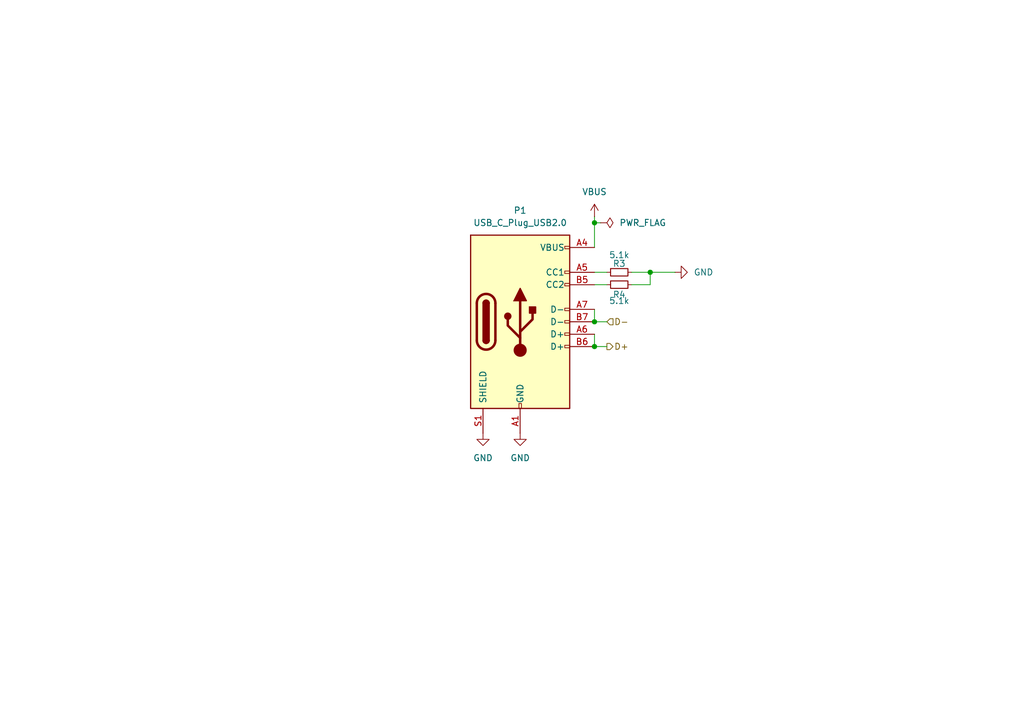
<source format=kicad_sch>
(kicad_sch (version 20231120) (generator "eeschema") (generator_version "8.0")
  (paper "A5")
  (lib_symbols
    (symbol "Connector:USB_C_Receptacle_USB2.0_14P" (pin_names (offset 1.016))
      (property "Reference" "J" (at 0 22.225 0))
      (property "Value" "USB_C_Receptacle_USB2.0_14P" (at 0 19.685 0))
      (symbol "USB_C_Receptacle_USB2.0_14P_0_0"
        (rectangle (start -0.254 -17.78) (end 0.254 -16.764))
        (rectangle (start 10.16 -4.826) (end 9.144 -5.334))
        (rectangle (start 10.16 -2.286) (end 9.144 -2.794))
        (rectangle (start 10.16 0.254) (end 9.144 -0.254))
        (rectangle (start 10.16 2.794) (end 9.144 2.286))
        (rectangle (start 10.16 7.874) (end 9.144 7.366))
        (rectangle (start 10.16 10.414) (end 9.144 9.906))
        (rectangle (start 10.16 15.494) (end 9.144 14.986))
      )
      (symbol "USB_C_Receptacle_USB2.0_14P_0_1"
        (rectangle (start -10.16 17.78) (end 10.16 -17.78) (stroke (width 0.254)) (fill (type background)))
        (arc (start -8.89 -3.81) (mid -6.985 -5.7067) (end -5.08 -3.81) (stroke (width 0.508)))
        (arc (start -7.62 -3.81) (mid -6.985 -4.4423) (end -6.35 -3.81) (stroke (width 0.254)))
        (arc (start -7.62 -3.81) (mid -6.985 -4.4423) (end -6.35 -3.81) (stroke (width 0.254)) (fill (type outline)))
        (rectangle (start -7.62 -3.81) (end -6.35 3.81) (stroke (width 0.254)) (fill (type outline)))
        (arc (start -6.35 3.81) (mid -6.985 4.4423) (end -7.62 3.81) (stroke (width 0.254)))
        (arc (start -6.35 3.81) (mid -6.985 4.4423) (end -7.62 3.81) (stroke (width 0.254)) (fill (type outline)))
        (arc (start -5.08 3.81) (mid -6.985 5.7067) (end -8.89 3.81) (stroke (width 0.508)))
        (circle (center -2.54 1.143) (radius 0.635) (stroke (width 0.254)) (fill (type outline)))
        (circle (center 0 -5.842) (radius 1.27) (fill (type outline)))
        (polyline (pts (xy -8.89 -3.81) (xy -8.89 3.81)) (stroke (width 0.508)))
        (polyline (pts (xy -5.08 3.81) (xy -5.08 -3.81)) (stroke (width 0.508)))
        (polyline (pts (xy 0 -5.842) (xy 0 4.318)) (stroke (width 0.508)))
        (polyline (pts (xy 0 -3.302) (xy -2.54 -0.762) (xy -2.54 0.508)) (stroke (width 0.508)))
        (polyline (pts (xy 0 -2.032) (xy 2.54 0.508) (xy 2.54 1.778)) (stroke (width 0.508)))
        (polyline (pts (xy -1.27 4.318) (xy 0 6.858) (xy 1.27 4.318) (xy -1.27 4.318)) (stroke (width 0.254)) (fill (type outline)))
        (rectangle (start 1.905 1.778) (end 3.175 3.048) (stroke (width 0.254)) (fill (type outline)))
      )
      (symbol "USB_C_Receptacle_USB2.0_14P_1_1"
        (pin passive line (at 0 -22.86 90) (length 5.08) (name "GND") (number "A1"))
        (pin passive line (at 0 -22.86 90) (length 5.08) hide (name "GND") (number "A12"))
        (pin passive line (at 15.24 15.24 180) (length 5.08) (name "VBUS") (number "A4"))
        (pin bidirectional line (at 15.24 10.16 180) (length 5.08) (name "CC1") (number "A5"))
        (pin bidirectional line (at 15.24 -2.54 180) (length 5.08) (name "D+") (number "A6"))
        (pin bidirectional line (at 15.24 2.54 180) (length 5.08) (name "D-") (number "A7"))
        (pin passive line (at 15.24 15.24 180) (length 5.08) hide (name "VBUS") (number "A9"))
        (pin passive line (at 0 -22.86 90) (length 5.08) hide (name "GND") (number "B1"))
        (pin passive line (at 0 -22.86 90) (length 5.08) hide (name "GND") (number "B12"))
        (pin passive line (at 15.24 15.24 180) (length 5.08) hide (name "VBUS") (number "B4"))
        (pin bidirectional line (at 15.24 7.62 180) (length 5.08) (name "CC2") (number "B5"))
        (pin bidirectional line (at 15.24 -5.08 180) (length 5.08) (name "D+") (number "B6"))
        (pin bidirectional line (at 15.24 0 180) (length 5.08) (name "D-") (number "B7"))
        (pin passive line (at 15.24 15.24 180) (length 5.08) hide (name "VBUS") (number "B9"))
        (pin passive line (at -7.62 -22.86 90) (length 5.08) (name "SHIELD") (number "S1"))
      )
    )
    (symbol "Device:R_Small" (pin_numbers hide) (pin_names (offset 0.254) hide)
      (property "Reference" "R" (at 0.762 0.508 0))
      (property "Value" "R_Small" (at 0.762 -1.016 0))
      (symbol "R_Small_0_1"
        (rectangle (start -0.762 1.778) (end 0.762 -1.778) (stroke (width 0.2032)))
      )
      (symbol "R_Small_1_1"
        (pin passive line (at 0 2.54 270) (length 0.762) (name "~") (number "1"))
        (pin passive line (at 0 -2.54 90) (length 0.762) (name "~") (number "2"))
      )
    )
    (symbol "power:GND" (power) (pin_numbers hide) (pin_names (offset 0) hide)
      (property "Value" "GND" (at 0 -3.81 0))
      (symbol "GND_0_1"
        (polyline (pts (xy 0 0) (xy 0 -1.27) (xy 1.27 -1.27) (xy 0 -2.54) (xy -1.27 -1.27) (xy 0 -1.27)))
      )
      (symbol "GND_1_1"
        (pin power_in line (at 0 0 270) (length 0) (name "~") (number "1"))
      )
    )
    (symbol "power:PWR_FLAG" (power) (pin_numbers hide) (pin_names (offset 0) hide)
      (property "Value" "PWR_FLAG" (at 0 3.81 0))
      (symbol "PWR_FLAG_0_0"
        (pin power_out line (at 0 0 90) (length 0) (name "~") (number "1"))
      )
      (symbol "PWR_FLAG_0_1"
        (polyline (pts (xy 0 0) (xy 0 1.27) (xy -1.016 1.905) (xy 0 2.54) (xy 1.016 1.905) (xy 0 1.27)))
      )
    )
    (symbol "power:VBUS" (power) (pin_numbers hide) (pin_names (offset 0) hide)
      (property "Value" "VBUS" (at 0 3.556 0))
      (symbol "VBUS_0_1"
        (polyline (pts (xy -0.762 1.27) (xy 0 2.54)))
        (polyline (pts (xy 0 0) (xy 0 2.54)))
        (polyline (pts (xy 0 2.54) (xy 0.762 1.27)))
      )
      (symbol "VBUS_1_1"
        (pin power_in line (at 0 0 90) (length 0) (name "~") (number "1"))
      )
    )
  )
  (junction (at 133.35 55.88))
  (junction (at 121.92 66.04))
  (junction (at 121.92 45.72))
  (junction (at 121.92 71.12))
  (wire (pts (xy 121.92 58.42) (xy 124.46 58.42)))
  (wire (pts (xy 121.92 44.45) (xy 121.92 45.72)))
  (wire (pts (xy 121.92 71.12) (xy 124.46 71.12)))
  (wire (pts (xy 124.46 55.88) (xy 121.92 55.88)))
  (wire (pts (xy 133.35 58.42) (xy 129.54 58.42)))
  (wire (pts (xy 133.35 55.88) (xy 129.54 55.88)))
  (wire (pts (xy 121.92 45.72) (xy 121.92 50.8)))
  (wire (pts (xy 133.35 55.88) (xy 133.35 58.42)))
  (wire (pts (xy 138.43 55.88) (xy 133.35 55.88)))
  (wire (pts (xy 123.19 45.72) (xy 121.92 45.72)))
  (wire (pts (xy 124.46 66.04) (xy 121.92 66.04)))
  (wire (pts (xy 121.92 63.5) (xy 121.92 66.04)))
  (wire (pts (xy 121.92 68.58) (xy 121.92 71.12)))
  (hierarchical_label "D-" (shape input) (at 124.46 66.04 0))
  (hierarchical_label "D+" (shape output) (at 124.46 71.12 0))
  (symbol (lib_id "power:GND") (at 138.43 55.88 90) (unit 1)
    (property "Reference" "#PWR017" (effects (hide yes)))
    (property "Value" "GND" (at 142.24 55.8799 90) (effects (justify right)))
    (property "Description" "Power symbol creates a global label with name \"GND\" , ground" (effects (hide yes)))
  )
  (symbol (lib_id "power:PWR_FLAG") (at 123.19 45.72 270) (unit 1)
    (property "Reference" "#FLG04" (effects (hide yes)))
    (property "Value" "PWR_FLAG" (at 127 45.7199 90) (effects (justify left)))
    (property "Description" "Special symbol for telling ERC where power comes from" (effects (hide yes)))
  )
  (symbol (lib_id "Device:R_Small") (at 127 58.42 90) (unit 1)
    (property "Reference" "R4" (at 127 60.452 90))
    (property "Value" "5.1k" (at 127 61.722 90))
    (property "Footprint" "Resistor_SMD:R_0603_1608Metric" (effects (hide yes)))
    (property "Description" "Resistor, small symbol" (effects (hide yes)))
  )
  (symbol (lib_id "Connector:USB_C_Receptacle_USB2.0_14P") (at 106.68 66.04 0) (unit 1)
    (property "Reference" "P1" (at 106.68 43.18 0))
    (property "Value" "USB_C_Plug_USB2.0" (at 106.68 45.72 0))
    (property "Footprint" "Connector_USB:USB_C_Receptacle_HRO_TYPE-C-31-M-12" (effects (hide yes)))
    (property "Datasheet" "https://www.usb.org/sites/default/files/documents/usb_type-c.zip" (effects (hide yes)))
    (property "Description" "USB 2.0-only 14P Type-C Receptacle connector" (effects (hide yes)))
  )
  (symbol (lib_id "power:VBUS") (at 121.92 44.45 0) (unit 1)
    (property "Reference" "#PWR016" (effects (hide yes)))
    (property "Value" "VBUS" (at 121.92 39.37 0))
    (property "Description" "Power symbol creates a global label with name \"VBUS\"" (effects (hide yes)))
  )
  (symbol (lib_id "Device:R_Small") (at 127 55.88 90) (unit 1)
    (property "Reference" "R3" (at 127 54.102 90))
    (property "Value" "5.1k" (at 127 52.324 90))
    (property "Footprint" "Resistor_SMD:R_0603_1608Metric" (effects (hide yes)))
    (property "Description" "Resistor, small symbol" (effects (hide yes)))
  )
  (symbol (lib_id "power:GND") (at 106.68 88.9 0) (unit 1)
    (property "Reference" "#PWR015" (effects (hide yes)))
    (property "Value" "GND" (at 106.68 93.98 0))
    (property "Description" "Power symbol creates a global label with name \"GND\" , ground" (effects (hide yes)))
  )
  (symbol (lib_id "power:GND") (at 99.06 88.9 0) (unit 1)
    (property "Reference" "#PWR014" (effects (hide yes)))
    (property "Value" "GND" (at 99.06 93.98 0))
    (property "Description" "Power symbol creates a global label with name \"GND\" , ground" (effects (hide yes)))
  )
)
</source>
